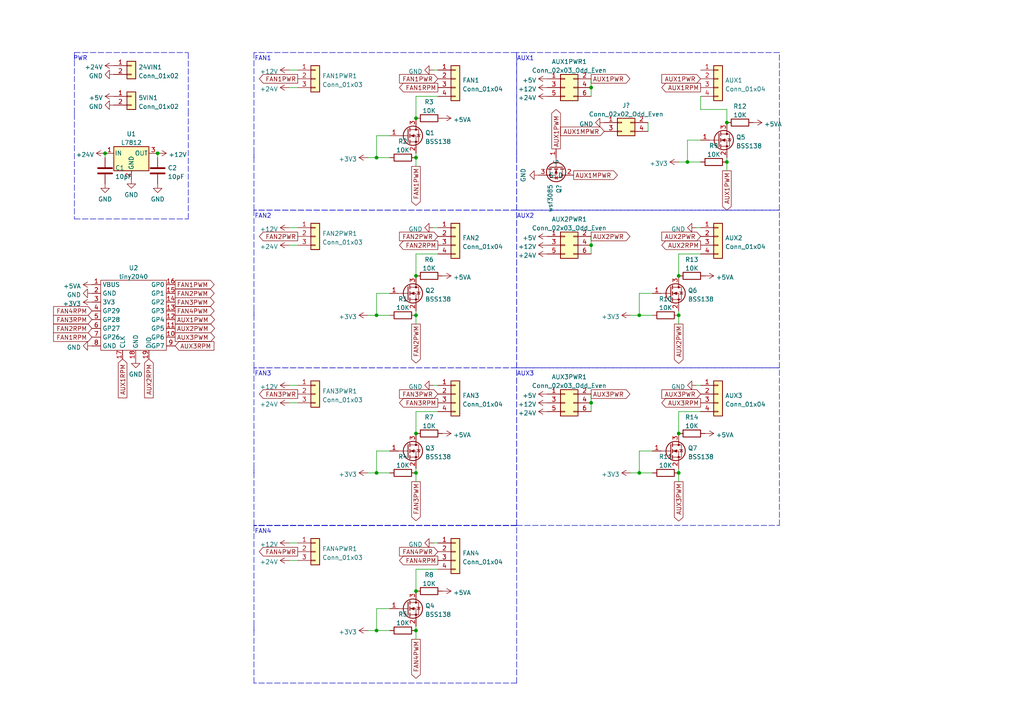
<source format=kicad_sch>
(kicad_sch (version 20211123) (generator eeschema)
  (paper "A4")
  (lib_symbols
    (symbol "Connector_Generic:Conn_01x02" (pin_names (offset 1.016) hide)
      (property "Reference" "J" (at 0 2.54 0))
      (property "Value" "Conn_01x02" (at 0 -5.08 0))
      (symbol "Conn_01x02_1_1"
        (rectangle (start -1.27 -2.413) (end 0 -2.667) (stroke (width 0.1524)))
        (rectangle (start -1.27 0.127) (end 0 -0.127) (stroke (width 0.1524)))
        (rectangle (start -1.27 1.27) (end 1.27 -3.81) (stroke (width 0.254)) (fill (type background)))
        (pin passive line (at -5.08 0 0) (length 3.81) (name "Pin_1") (number "1"))
        (pin passive line (at -5.08 -2.54 0) (length 3.81) (name "Pin_2") (number "2"))
      )
    )
    (symbol "Connector_Generic:Conn_01x03" (pin_names (offset 1.016) hide)
      (property "Reference" "J" (at 0 5.08 0))
      (property "Value" "Conn_01x03" (at 0 -5.08 0))
      (symbol "Conn_01x03_1_1"
        (rectangle (start -1.27 -2.413) (end 0 -2.667) (stroke (width 0.1524)))
        (rectangle (start -1.27 0.127) (end 0 -0.127) (stroke (width 0.1524)))
        (rectangle (start -1.27 2.667) (end 0 2.413) (stroke (width 0.1524)))
        (rectangle (start -1.27 3.81) (end 1.27 -3.81) (stroke (width 0.254)) (fill (type background)))
        (pin passive line (at -5.08 2.54 0) (length 3.81) (name "Pin_1") (number "1"))
        (pin passive line (at -5.08 0 0) (length 3.81) (name "Pin_2") (number "2"))
        (pin passive line (at -5.08 -2.54 0) (length 3.81) (name "Pin_3") (number "3"))
      )
    )
    (symbol "Connector_Generic:Conn_01x04" (pin_names (offset 1.016) hide)
      (property "Reference" "J" (at 0 5.08 0))
      (property "Value" "Conn_01x04" (at 0 -7.62 0))
      (symbol "Conn_01x04_1_1"
        (rectangle (start -1.27 -4.953) (end 0 -5.207) (stroke (width 0.1524)))
        (rectangle (start -1.27 -2.413) (end 0 -2.667) (stroke (width 0.1524)))
        (rectangle (start -1.27 0.127) (end 0 -0.127) (stroke (width 0.1524)))
        (rectangle (start -1.27 2.667) (end 0 2.413) (stroke (width 0.1524)))
        (rectangle (start -1.27 3.81) (end 1.27 -6.35) (stroke (width 0.254)) (fill (type background)))
        (pin passive line (at -5.08 2.54 0) (length 3.81) (name "Pin_1") (number "1"))
        (pin passive line (at -5.08 0 0) (length 3.81) (name "Pin_2") (number "2"))
        (pin passive line (at -5.08 -2.54 0) (length 3.81) (name "Pin_3") (number "3"))
        (pin passive line (at -5.08 -5.08 0) (length 3.81) (name "Pin_4") (number "4"))
      )
    )
    (symbol "Connector_Generic:Conn_02x02_Odd_Even" (pin_names (offset 1.016) hide)
      (property "Reference" "J" (at 1.27 2.54 0))
      (property "Value" "Conn_02x02_Odd_Even" (at 1.27 -5.08 0))
      (symbol "Conn_02x02_Odd_Even_1_1"
        (rectangle (start -1.27 -2.413) (end 0 -2.667) (stroke (width 0.1524)))
        (rectangle (start -1.27 0.127) (end 0 -0.127) (stroke (width 0.1524)))
        (rectangle (start -1.27 1.27) (end 3.81 -3.81) (stroke (width 0.254)) (fill (type background)))
        (rectangle (start 3.81 -2.413) (end 2.54 -2.667) (stroke (width 0.1524)))
        (rectangle (start 3.81 0.127) (end 2.54 -0.127) (stroke (width 0.1524)))
        (pin passive line (at -5.08 0 0) (length 3.81) (name "Pin_1") (number "1"))
        (pin passive line (at 7.62 0 180) (length 3.81) (name "Pin_2") (number "2"))
        (pin passive line (at -5.08 -2.54 0) (length 3.81) (name "Pin_3") (number "3"))
        (pin passive line (at 7.62 -2.54 180) (length 3.81) (name "Pin_4") (number "4"))
      )
    )
    (symbol "Connector_Generic:Conn_02x03_Odd_Even" (pin_names (offset 1.016) hide)
      (property "Reference" "J" (at 1.27 5.08 0))
      (property "Value" "Conn_02x03_Odd_Even" (at 1.27 -5.08 0))
      (symbol "Conn_02x03_Odd_Even_1_1"
        (rectangle (start -1.27 -2.413) (end 0 -2.667) (stroke (width 0.1524)))
        (rectangle (start -1.27 0.127) (end 0 -0.127) (stroke (width 0.1524)))
        (rectangle (start -1.27 2.667) (end 0 2.413) (stroke (width 0.1524)))
        (rectangle (start -1.27 3.81) (end 3.81 -3.81) (stroke (width 0.254)) (fill (type background)))
        (rectangle (start 3.81 -2.413) (end 2.54 -2.667) (stroke (width 0.1524)))
        (rectangle (start 3.81 0.127) (end 2.54 -0.127) (stroke (width 0.1524)))
        (rectangle (start 3.81 2.667) (end 2.54 2.413) (stroke (width 0.1524)))
        (pin passive line (at -5.08 2.54 0) (length 3.81) (name "Pin_1") (number "1"))
        (pin passive line (at 7.62 2.54 180) (length 3.81) (name "Pin_2") (number "2"))
        (pin passive line (at -5.08 0 0) (length 3.81) (name "Pin_3") (number "3"))
        (pin passive line (at 7.62 0 180) (length 3.81) (name "Pin_4") (number "4"))
        (pin passive line (at -5.08 -2.54 0) (length 3.81) (name "Pin_5") (number "5"))
        (pin passive line (at 7.62 -2.54 180) (length 3.81) (name "Pin_6") (number "6"))
      )
    )
    (symbol "Device:C" (pin_numbers hide) (pin_names (offset 0.254))
      (property "Reference" "C" (at 0.635 2.54 0))
      (property "Value" "C" (at 0.635 -2.54 0))
      (symbol "C_0_1"
        (polyline (pts (xy -2.032 -0.762) (xy 2.032 -0.762)) (stroke (width 0.508)))
        (polyline (pts (xy -2.032 0.762) (xy 2.032 0.762)) (stroke (width 0.508)))
      )
      (symbol "C_1_1"
        (pin passive line (at 0 3.81 270) (length 2.794) (name "~") (number "1"))
        (pin passive line (at 0 -3.81 90) (length 2.794) (name "~") (number "2"))
      )
    )
    (symbol "Device:R" (pin_numbers hide) (pin_names (offset 0))
      (property "Reference" "R" (at 2.032 0 90))
      (property "Value" "R" (at 0 0 90))
      (symbol "R_0_1"
        (rectangle (start -1.016 -2.54) (end 1.016 2.54) (stroke (width 0.254)))
      )
      (symbol "R_1_1"
        (pin passive line (at 0 3.81 270) (length 1.27) (name "~") (number "1"))
        (pin passive line (at 0 -3.81 90) (length 1.27) (name "~") (number "2"))
      )
    )
    (symbol "Regulator_Linear:L7812" (pin_names (offset 0.254))
      (property "Reference" "U" (at -3.81 3.175 0))
      (property "Value" "L7812" (at 0 3.175 0))
      (symbol "L7812_0_1"
        (rectangle (start -5.08 1.905) (end 5.08 -5.08) (stroke (width 0.254)) (fill (type background)))
      )
      (symbol "L7812_1_1"
        (pin power_in line (at -7.62 0 0) (length 2.54) (name "IN") (number "1"))
        (pin power_in line (at 0 -7.62 90) (length 2.54) (name "GND") (number "2"))
        (pin power_out line (at 7.62 0 180) (length 2.54) (name "OUT") (number "3"))
      )
    )
    (symbol "Transistor_FET:BSS138" (pin_names hide)
      (property "Reference" "Q" (at 5.08 1.905 0))
      (property "Value" "BSS138" (at 5.08 0 0))
      (symbol "BSS138_0_1"
        (polyline (pts (xy 0.254 0) (xy -2.54 0)))
        (polyline (pts (xy 0.254 1.905) (xy 0.254 -1.905)) (stroke (width 0.254)))
        (polyline (pts (xy 0.762 -1.27) (xy 0.762 -2.286)) (stroke (width 0.254)))
        (polyline (pts (xy 0.762 0.508) (xy 0.762 -0.508)) (stroke (width 0.254)))
        (polyline (pts (xy 0.762 2.286) (xy 0.762 1.27)) (stroke (width 0.254)))
        (polyline (pts (xy 2.54 2.54) (xy 2.54 1.778)))
        (polyline (pts (xy 2.54 -2.54) (xy 2.54 0) (xy 0.762 0)))
        (polyline (pts (xy 0.762 -1.778) (xy 3.302 -1.778) (xy 3.302 1.778) (xy 0.762 1.778)))
        (polyline (pts (xy 1.016 0) (xy 2.032 0.381) (xy 2.032 -0.381) (xy 1.016 0)) (fill (type outline)))
        (polyline (pts (xy 2.794 0.508) (xy 2.921 0.381) (xy 3.683 0.381) (xy 3.81 0.254)))
        (polyline (pts (xy 3.302 0.381) (xy 2.921 -0.254) (xy 3.683 -0.254) (xy 3.302 0.381)))
        (circle (center 1.651 0) (radius 2.794) (stroke (width 0.254)))
        (circle (center 2.54 -1.778) (radius 0.254) (fill (type outline)))
        (circle (center 2.54 1.778) (radius 0.254) (fill (type outline)))
      )
      (symbol "BSS138_1_1"
        (pin input line (at -5.08 0 0) (length 2.54) (name "G") (number "1"))
        (pin passive line (at 2.54 -5.08 90) (length 2.54) (name "S") (number "2"))
        (pin passive line (at 2.54 5.08 270) (length 2.54) (name "D") (number "3"))
      )
    )
    (symbol "Transistor_FET:wsf3085"
      (property "Reference" "Q" (at 5.08 1.905 0))
      (property "Value" "wsf3085" (at 5.08 0 0))
      (symbol "wsf3085_0_1"
        (polyline (pts (xy 0.254 0) (xy -2.54 0)))
        (polyline (pts (xy 0.254 1.905) (xy 0.254 -1.905)) (stroke (width 0.254)))
        (polyline (pts (xy 0.762 -1.27) (xy 0.762 -2.286)) (stroke (width 0.254)))
        (polyline (pts (xy 0.762 0.508) (xy 0.762 -0.508)) (stroke (width 0.254)))
        (polyline (pts (xy 0.762 2.286) (xy 0.762 1.27)) (stroke (width 0.254)))
        (polyline (pts (xy 2.54 2.54) (xy 2.54 1.778)))
        (polyline (pts (xy 2.54 -2.54) (xy 2.54 0) (xy 0.762 0)))
        (polyline (pts (xy 0.762 -1.778) (xy 3.302 -1.778) (xy 3.302 1.778) (xy 0.762 1.778)))
        (polyline (pts (xy 1.016 0) (xy 2.032 0.381) (xy 2.032 -0.381) (xy 1.016 0)) (fill (type outline)))
        (polyline (pts (xy 2.794 0.508) (xy 2.921 0.381) (xy 3.683 0.381) (xy 3.81 0.254)))
        (polyline (pts (xy 3.302 0.381) (xy 2.921 -0.254) (xy 3.683 -0.254) (xy 3.302 0.381)))
        (circle (center 1.651 0) (radius 2.794) (stroke (width 0.254)))
        (circle (center 2.54 -1.778) (radius 0.254) (fill (type outline)))
        (circle (center 2.54 1.778) (radius 0.254) (fill (type outline)))
      )
      (symbol "wsf3085_1_1"
        (pin input line (at -5.08 0 0) (length 2.54) (name "G") (number "1"))
        (pin passive line (at 2.54 5.08 270) (length 2.54) (name "D") (number "2"))
        (pin passive line (at 2.54 -5.08 90) (length 2.54) (name "S") (number "3"))
      )
    )
    (symbol "power:+12V" (power) (pin_names (offset 0))
      (property "Value" "+12V" (at 0 3.556 0))
      (symbol "+12V_0_1"
        (polyline (pts (xy -0.762 1.27) (xy 0 2.54)))
        (polyline (pts (xy 0 0) (xy 0 2.54)))
        (polyline (pts (xy 0 2.54) (xy 0.762 1.27)))
      )
      (symbol "+12V_1_1"
        (pin power_in line (at 0 0 90) (length 0) hide (name "+12V") (number "1"))
      )
    )
    (symbol "power:+24V" (power) (pin_names (offset 0))
      (property "Value" "+24V" (at 0 3.556 0))
      (symbol "+24V_0_1"
        (polyline (pts (xy -0.762 1.27) (xy 0 2.54)))
        (polyline (pts (xy 0 0) (xy 0 2.54)))
        (polyline (pts (xy 0 2.54) (xy 0.762 1.27)))
      )
      (symbol "+24V_1_1"
        (pin power_in line (at 0 0 90) (length 0) hide (name "+24V") (number "1"))
      )
    )
    (symbol "power:+3.3V" (power) (pin_names (offset 0))
      (property "Value" "+3.3V" (at 0 3.556 0))
      (symbol "+3.3V_0_1"
        (polyline (pts (xy -0.762 1.27) (xy 0 2.54)))
        (polyline (pts (xy 0 0) (xy 0 2.54)))
        (polyline (pts (xy 0 2.54) (xy 0.762 1.27)))
      )
      (symbol "+3.3V_1_1"
        (pin power_in line (at 0 0 90) (length 0) hide (name "+3V3") (number "1"))
      )
    )
    (symbol "power:+5V" (power) (pin_names (offset 0))
      (property "Value" "+5V" (at 0 3.556 0))
      (symbol "+5V_0_1"
        (polyline (pts (xy -0.762 1.27) (xy 0 2.54)))
        (polyline (pts (xy 0 0) (xy 0 2.54)))
        (polyline (pts (xy 0 2.54) (xy 0.762 1.27)))
      )
      (symbol "+5V_1_1"
        (pin power_in line (at 0 0 90) (length 0) hide (name "+5V") (number "1"))
      )
    )
    (symbol "power:+5VA" (power) (pin_names (offset 0))
      (property "Value" "+5VA" (at 0 3.556 0))
      (symbol "+5VA_0_1"
        (polyline (pts (xy -0.762 1.27) (xy 0 2.54)))
        (polyline (pts (xy 0 0) (xy 0 2.54)))
        (polyline (pts (xy 0 2.54) (xy 0.762 1.27)))
      )
      (symbol "+5VA_1_1"
        (pin power_in line (at 0 0 90) (length 0) hide (name "+5VA") (number "1"))
      )
    )
    (symbol "power:GND" (power) (pin_names (offset 0))
      (property "Value" "GND" (at 0 -3.81 0))
      (symbol "GND_0_1"
        (polyline (pts (xy 0 0) (xy 0 -1.27) (xy 1.27 -1.27) (xy 0 -2.54) (xy -1.27 -1.27) (xy 0 -1.27)))
      )
      (symbol "GND_1_1"
        (pin power_in line (at 0 0 270) (length 0) hide (name "GND") (number "1"))
      )
    )
    (symbol "tiny2040:tiny2040"
      (property "Reference" "U" (at 0 15.24 0))
      (property "Value" "tiny2040" (at 0 12.7 0))
      (symbol "tiny2040_0_1"
        (rectangle (start -10.16 10.16) (end 8.89 -10.16))
      )
      (symbol "tiny2040_1_1"
        (pin power_out line (at -12.7 8.89 0) (length 2.54) (name "VBUS") (number "1"))
        (pin input line (at 11.43 -6.35 180) (length 2.54) (name "GP6") (number "10"))
        (pin input line (at 11.43 -3.81 180) (length 2.54) (name "GP5") (number "11"))
        (pin input line (at 11.43 -1.27 180) (length 2.54) (name "GP4") (number "12"))
        (pin input line (at 11.43 1.27 180) (length 2.54) (name "GP3") (number "13"))
        (pin input line (at 11.43 3.81 180) (length 2.54) (name "GP2") (number "14"))
        (pin input line (at 11.43 6.35 180) (length 2.54) (name "GP1") (number "15"))
        (pin input line (at 11.43 8.89 180) (length 2.54) (name "GP0") (number "16"))
        (pin input line (at -3.81 -12.7 90) (length 2.54) (name "CLK") (number "17"))
        (pin input line (at 0 -12.7 90) (length 2.54) (name "GND") (number "18"))
        (pin input line (at 3.81 -12.7 90) (length 2.54) (name "DIO") (number "19"))
        (pin input line (at -12.7 6.35 0) (length 2.54) (name "GND") (number "2"))
        (pin power_out line (at -12.7 3.81 0) (length 2.54) (name "3V3") (number "3"))
        (pin input line (at -12.7 1.27 0) (length 2.54) (name "GP29") (number "4"))
        (pin input line (at -12.7 -1.27 0) (length 2.54) (name "GP28") (number "5"))
        (pin input line (at -12.7 -3.81 0) (length 2.54) (name "GP27") (number "6"))
        (pin input line (at -12.7 -6.35 0) (length 2.54) (name "GP26") (number "7"))
        (pin input line (at -12.7 -8.89 0) (length 2.54) (name "GND") (number "8"))
        (pin input line (at 11.43 -8.89 180) (length 2.54) (name "GP7") (number "9"))
      )
    )
  )
  (junction (at 109.22 182.88))
  (junction (at 171.45 116.84))
  (junction (at 120.65 171.45))
  (junction (at 199.39 46.99))
  (junction (at 120.65 137.16))
  (junction (at 120.65 125.73))
  (junction (at 196.85 80.01))
  (junction (at 185.42 137.16))
  (junction (at 196.85 91.44))
  (junction (at 171.45 71.12))
  (junction (at 120.65 91.44))
  (junction (at 196.85 125.73))
  (junction (at 210.82 46.99))
  (junction (at 109.22 45.72))
  (junction (at 109.22 91.44))
  (junction (at 120.65 182.88))
  (junction (at 120.65 34.29))
  (junction (at 109.22 137.16))
  (junction (at 120.65 80.01))
  (junction (at 45.72 44.45))
  (junction (at 30.48 44.45))
  (junction (at 185.42 91.44))
  (junction (at 120.65 45.72))
  (junction (at 171.45 25.4))
  (junction (at 210.82 35.56))
  (junction (at 196.85 137.16))
  (wire (pts (xy 120.65 182.88) (xy 120.65 181.61)))
  (wire (pts (xy 127 157.48) (xy 125.73 157.48)))
  (wire (pts (xy 127 119.38) (xy 120.65 119.38)))
  (polyline (pts (xy 149.86 15.24) (xy 73.66 15.24)))
  (wire (pts (xy 113.03 176.53) (xy 109.22 176.53)))
  (wire (pts (xy 120.65 45.72) (xy 120.65 44.45)))
  (wire (pts (xy 113.03 39.37) (xy 109.22 39.37)))
  (wire (pts (xy 203.2 40.64) (xy 199.39 40.64)))
  (polyline (pts (xy 149.86 106.68) (xy 73.66 106.68)))
  (wire (pts (xy 120.65 139.7) (xy 120.65 137.16)))
  (wire (pts (xy 171.45 68.58) (xy 171.45 71.12)))
  (wire (pts (xy 86.36 111.76) (xy 83.82 111.76)))
  (wire (pts (xy 113.03 130.81) (xy 109.22 130.81)))
  (wire (pts (xy 203.2 111.76) (xy 201.93 111.76)))
  (wire (pts (xy 109.22 182.88) (xy 113.03 182.88)))
  (polyline (pts (xy 149.86 152.4) (xy 73.66 152.4)))
  (wire (pts (xy 127 66.04) (xy 125.73 66.04)))
  (wire (pts (xy 106.68 45.72) (xy 109.22 45.72)))
  (polyline (pts (xy 149.86 60.96) (xy 226.06 60.96)))
  (polyline (pts (xy 73.66 60.96) (xy 73.66 91.44)))
  (polyline (pts (xy 149.86 60.96) (xy 149.86 15.24)))
  (wire (pts (xy 86.36 116.84) (xy 83.82 116.84)))
  (wire (pts (xy 185.42 85.09) (xy 185.42 91.44)))
  (wire (pts (xy 120.65 48.26) (xy 120.65 45.72)))
  (wire (pts (xy 120.65 137.16) (xy 120.65 135.89)))
  (wire (pts (xy 189.23 85.09) (xy 185.42 85.09)))
  (polyline (pts (xy 54.61 63.5) (xy 54.61 33.02)))
  (polyline (pts (xy 226.06 60.96) (xy 226.06 15.24)))
  (polyline (pts (xy 73.66 106.68) (xy 73.66 137.16)))
  (wire (pts (xy 86.36 71.12) (xy 83.82 71.12)))
  (wire (pts (xy 86.36 66.04) (xy 83.82 66.04)))
  (wire (pts (xy 30.48 44.45) (xy 30.48 45.72)))
  (wire (pts (xy 171.45 116.84) (xy 171.45 119.38)))
  (wire (pts (xy 45.72 45.72) (xy 45.72 44.45)))
  (polyline (pts (xy 149.86 60.96) (xy 73.66 60.96)))
  (polyline (pts (xy 73.66 60.96) (xy 73.66 44.45)))
  (wire (pts (xy 109.22 45.72) (xy 113.03 45.72)))
  (wire (pts (xy 86.36 25.4) (xy 83.82 25.4)))
  (wire (pts (xy 109.22 130.81) (xy 109.22 137.16)))
  (wire (pts (xy 106.68 137.16) (xy 109.22 137.16)))
  (polyline (pts (xy 149.86 152.4) (xy 226.06 152.4)))
  (wire (pts (xy 189.23 130.81) (xy 185.42 130.81)))
  (wire (pts (xy 86.36 20.32) (xy 83.82 20.32)))
  (wire (pts (xy 203.2 27.94) (xy 203.2 31.75)))
  (wire (pts (xy 120.65 91.44) (xy 120.65 90.17)))
  (polyline (pts (xy 21.59 63.5) (xy 54.61 63.5)))
  (polyline (pts (xy 149.86 60.96) (xy 73.66 60.96)))
  (polyline (pts (xy 149.86 106.68) (xy 149.86 60.96)))
  (polyline (pts (xy 149.86 152.4) (xy 149.86 106.68)))
  (wire (pts (xy 171.45 71.12) (xy 171.45 73.66)))
  (polyline (pts (xy 73.66 152.4) (xy 73.66 182.88)))
  (wire (pts (xy 86.36 162.56) (xy 83.82 162.56)))
  (wire (pts (xy 196.85 73.66) (xy 196.85 80.01)))
  (polyline (pts (xy 149.86 152.4) (xy 73.66 152.4)))
  (wire (pts (xy 182.88 91.44) (xy 185.42 91.44)))
  (wire (pts (xy 109.22 39.37) (xy 109.22 45.72)))
  (wire (pts (xy 127 111.76) (xy 125.73 111.76)))
  (polyline (pts (xy 73.66 198.12) (xy 73.66 181.61)))
  (polyline (pts (xy 73.66 15.24) (xy 73.66 45.72)))
  (polyline (pts (xy 149.86 152.4) (xy 149.86 106.68)))
  (wire (pts (xy 203.2 119.38) (xy 196.85 119.38)))
  (wire (pts (xy 127 20.32) (xy 125.73 20.32)))
  (polyline (pts (xy 226.06 15.24) (xy 149.86 15.24)))
  (wire (pts (xy 210.82 31.75) (xy 203.2 31.75)))
  (polyline (pts (xy 21.59 15.24) (xy 21.59 33.02)))
  (wire (pts (xy 199.39 40.64) (xy 199.39 46.99)))
  (polyline (pts (xy 149.86 15.24) (xy 149.86 45.72)))
  (wire (pts (xy 120.65 73.66) (xy 120.65 80.01)))
  (wire (pts (xy 203.2 66.04) (xy 201.93 66.04)))
  (wire (pts (xy 120.65 119.38) (xy 120.65 125.73)))
  (wire (pts (xy 203.2 73.66) (xy 196.85 73.66)))
  (wire (pts (xy 109.22 91.44) (xy 113.03 91.44)))
  (polyline (pts (xy 226.06 106.68) (xy 149.86 106.68)))
  (wire (pts (xy 196.85 137.16) (xy 196.85 135.89)))
  (wire (pts (xy 196.85 119.38) (xy 196.85 125.73)))
  (wire (pts (xy 106.68 182.88) (xy 109.22 182.88)))
  (wire (pts (xy 127 27.94) (xy 120.65 27.94)))
  (wire (pts (xy 171.45 114.3) (xy 171.45 116.84)))
  (wire (pts (xy 199.39 46.99) (xy 203.2 46.99)))
  (wire (pts (xy 120.65 185.42) (xy 120.65 182.88)))
  (wire (pts (xy 171.45 22.86) (xy 171.45 25.4)))
  (wire (pts (xy 109.22 85.09) (xy 109.22 91.44)))
  (wire (pts (xy 196.85 91.44) (xy 196.85 90.17)))
  (wire (pts (xy 210.82 46.99) (xy 210.82 45.72)))
  (polyline (pts (xy 226.06 106.68) (xy 226.06 60.96)))
  (wire (pts (xy 210.82 49.53) (xy 210.82 46.99)))
  (polyline (pts (xy 54.61 33.02) (xy 54.61 15.24)))
  (polyline (pts (xy 21.59 33.02) (xy 21.59 63.5)))
  (wire (pts (xy 120.65 165.1) (xy 120.65 171.45)))
  (wire (pts (xy 196.85 139.7) (xy 196.85 137.16)))
  (wire (pts (xy 109.22 137.16) (xy 113.03 137.16)))
  (wire (pts (xy 196.85 46.99) (xy 199.39 46.99)))
  (wire (pts (xy 210.82 35.56) (xy 210.82 31.75)))
  (polyline (pts (xy 149.86 152.4) (xy 73.66 152.4)))
  (polyline (pts (xy 149.86 198.12) (xy 149.86 152.4)))
  (wire (pts (xy 127 73.66) (xy 120.65 73.66)))
  (polyline (pts (xy 149.86 106.68) (xy 73.66 106.68)))
  (polyline (pts (xy 21.59 15.24) (xy 54.61 15.24)))
  (wire (pts (xy 185.42 137.16) (xy 189.23 137.16)))
  (wire (pts (xy 86.36 157.48) (xy 83.82 157.48)))
  (polyline (pts (xy 149.86 198.12) (xy 73.66 198.12)))
  (wire (pts (xy 113.03 85.09) (xy 109.22 85.09)))
  (wire (pts (xy 171.45 25.4) (xy 171.45 27.94)))
  (polyline (pts (xy 149.86 106.68) (xy 226.06 106.68)))
  (polyline (pts (xy 149.86 106.68) (xy 149.86 60.96)))
  (polyline (pts (xy 149.86 60.96) (xy 149.86 44.45)))
  (wire (pts (xy 120.65 93.98) (xy 120.65 91.44)))
  (wire (pts (xy 109.22 176.53) (xy 109.22 182.88)))
  (polyline (pts (xy 73.66 106.68) (xy 73.66 90.17)))
  (polyline (pts (xy 226.06 60.96) (xy 149.86 60.96)))
  (wire (pts (xy 106.68 91.44) (xy 109.22 91.44)))
  (wire (pts (xy 187.96 35.56) (xy 187.96 38.1)))
  (wire (pts (xy 185.42 130.81) (xy 185.42 137.16)))
  (wire (pts (xy 120.65 27.94) (xy 120.65 34.29)))
  (wire (pts (xy 127 165.1) (xy 120.65 165.1)))
  (wire (pts (xy 185.42 91.44) (xy 189.23 91.44)))
  (wire (pts (xy 196.85 93.98) (xy 196.85 91.44)))
  (polyline (pts (xy 226.06 152.4) (xy 226.06 106.68)))
  (wire (pts (xy 182.88 137.16) (xy 185.42 137.16)))
  (polyline (pts (xy 73.66 152.4) (xy 73.66 135.89)))
  (text "AUX3" (at 154.94 109.22 180) (effects (font (size 1.27 1.27)) (justify right bottom)))
  (text "FAN1" (at 78.74 17.78 180) (effects (font (size 1.27 1.27)) (justify right bottom)))
  (text "AUX1" (at 154.94 17.78 180) (effects (font (size 1.27 1.27)) (justify right bottom)))
  (text "AUX2" (at 154.94 63.5 180) (effects (font (size 1.27 1.27)) (justify right bottom)))
  (text "FAN4" (at 78.74 154.94 180) (effects (font (size 1.27 1.27)) (justify right bottom)))
  (text "FAN3" (at 78.74 109.22 180) (effects (font (size 1.27 1.27)) (justify right bottom)))
  (text "FAN2" (at 78.74 63.5 180) (effects (font (size 1.27 1.27)) (justify right bottom)))
  (text "PWR" (at 25.4 17.78 180) (effects (font (size 1.27 1.27)) (justify right bottom)))
  (global_label "FAN3PWM" (shape output) (at 120.65 139.7 270) (property "Intersheet References" "${INTERSHEET_REFS}" (effects hide)))
  (global_label "FAN2RPM" (shape output) (at 127 71.12 180) (property "Intersheet References" "${INTERSHEET_REFS}" (effects hide)))
  (global_label "FAN4RPM" (shape input) (at 26.67 90.17 180) (property "Intersheet References" "${INTERSHEET_REFS}" (effects hide)))
  (global_label "AUX1PWR" (shape output) (at 171.45 22.86 0) (property "Intersheet References" "${INTERSHEET_REFS}" (effects hide)))
  (global_label "FAN4PWR" (shape output) (at 86.36 160.02 180) (property "Intersheet References" "${INTERSHEET_REFS}" (effects hide)))
  (global_label "AUX2PWM" (shape output) (at 196.85 93.98 270) (property "Intersheet References" "${INTERSHEET_REFS}" (effects hide)))
  (global_label "FAN3PWM" (shape output) (at 50.8 87.63 0) (property "Intersheet References" "${INTERSHEET_REFS}" (effects hide)))
  (global_label "FAN4RPM" (shape output) (at 127 162.56 180) (property "Intersheet References" "${INTERSHEET_REFS}" (effects hide)))
  (global_label "AUX1PWM" (shape output) (at 161.29 43.18 90) (property "Intersheet References" "${INTERSHEET_REFS}" (effects hide)))
  (global_label "FAN3PWR" (shape output) (at 86.36 114.3 180) (property "Intersheet References" "${INTERSHEET_REFS}" (effects hide)))
  (global_label "FAN4PWM" (shape output) (at 50.8 90.17 0) (property "Intersheet References" "${INTERSHEET_REFS}" (effects hide)))
  (global_label "AUX1MPWR" (shape output) (at 166.37 50.8 0) (property "Intersheet References" "${INTERSHEET_REFS}" (effects hide)))
  (global_label "AUX3PWR" (shape output) (at 171.45 114.3 0) (property "Intersheet References" "${INTERSHEET_REFS}" (effects hide)))
  (global_label "FAN2PWM" (shape output) (at 120.65 93.98 270) (property "Intersheet References" "${INTERSHEET_REFS}" (effects hide)))
  (global_label "AUX1PWM" (shape output) (at 210.82 49.53 270) (property "Intersheet References" "${INTERSHEET_REFS}" (effects hide)))
  (global_label "AUX2PWR" (shape input) (at 203.2 68.58 180) (property "Intersheet References" "${INTERSHEET_REFS}" (effects hide)))
  (global_label "AUX2RPM" (shape output) (at 203.2 71.12 180) (property "Intersheet References" "${INTERSHEET_REFS}" (effects hide)))
  (global_label "AUX3RPM" (shape input) (at 50.8 100.33 0) (property "Intersheet References" "${INTERSHEET_REFS}" (effects hide)))
  (global_label "AUX1RPM" (shape input) (at 35.56 104.14 270) (property "Intersheet References" "${INTERSHEET_REFS}" (effects hide)))
  (global_label "FAN2PWM" (shape output) (at 50.8 85.09 0) (property "Intersheet References" "${INTERSHEET_REFS}" (effects hide)))
  (global_label "FAN2PWR" (shape output) (at 86.36 68.58 180) (property "Intersheet References" "${INTERSHEET_REFS}" (effects hide)))
  (global_label "AUX3PWR" (shape input) (at 203.2 114.3 180) (property "Intersheet References" "${INTERSHEET_REFS}" (effects hide)))
  (global_label "AUX1PWM" (shape output) (at 50.8 92.71 0) (property "Intersheet References" "${INTERSHEET_REFS}" (effects hide)))
  (global_label "FAN3PWR" (shape input) (at 127 114.3 180) (property "Intersheet References" "${INTERSHEET_REFS}" (effects hide)))
  (global_label "FAN1PWM" (shape output) (at 120.65 48.26 270) (property "Intersheet References" "${INTERSHEET_REFS}" (effects hide)))
  (global_label "AUX3PWM" (shape output) (at 196.85 139.7 270) (property "Intersheet References" "${INTERSHEET_REFS}" (effects hide)))
  (global_label "AUX3RPM" (shape output) (at 203.2 116.84 180) (property "Intersheet References" "${INTERSHEET_REFS}" (effects hide)))
  (global_label "FAN1PWR" (shape input) (at 127 22.86 180) (property "Intersheet References" "${INTERSHEET_REFS}" (effects hide)))
  (global_label "AUX2RPM" (shape input) (at 43.18 104.14 270) (property "Intersheet References" "${INTERSHEET_REFS}" (effects hide)))
  (global_label "AUX1PWR" (shape input) (at 203.2 22.86 180) (property "Intersheet References" "${INTERSHEET_REFS}" (effects hide)))
  (global_label "FAN2PWR" (shape input) (at 127 68.58 180) (property "Intersheet References" "${INTERSHEET_REFS}" (effects hide)))
  (global_label "FAN2RPM" (shape input) (at 26.67 95.25 180) (property "Intersheet References" "${INTERSHEET_REFS}" (effects hide)))
  (global_label "FAN4PWR" (shape input) (at 127 160.02 180) (property "Intersheet References" "${INTERSHEET_REFS}" (effects hide)))
  (global_label "FAN1PWM" (shape output) (at 50.8 82.55 0) (property "Intersheet References" "${INTERSHEET_REFS}" (effects hide)))
  (global_label "FAN4PWM" (shape output) (at 120.65 185.42 270) (property "Intersheet References" "${INTERSHEET_REFS}" (effects hide)))
  (global_label "AUX2PWR" (shape output) (at 171.45 68.58 0) (property "Intersheet References" "${INTERSHEET_REFS}" (effects hide)))
  (global_label "FAN3RPM" (shape output) (at 127 116.84 180) (property "Intersheet References" "${INTERSHEET_REFS}" (effects hide)))
  (global_label "FAN1RPM" (shape output) (at 127 25.4 180) (property "Intersheet References" "${INTERSHEET_REFS}" (effects hide)))
  (global_label "FAN1PWR" (shape output) (at 86.36 22.86 180) (property "Intersheet References" "${INTERSHEET_REFS}" (effects hide)))
  (global_label "AUX2PWM" (shape output) (at 50.8 95.25 0) (property "Intersheet References" "${INTERSHEET_REFS}" (effects hide)))
  (global_label "FAN3RPM" (shape input) (at 26.67 92.71 180) (property "Intersheet References" "${INTERSHEET_REFS}" (effects hide)))
  (global_label "AUX1RPM" (shape output) (at 203.2 25.4 180) (property "Intersheet References" "${INTERSHEET_REFS}" (effects hide)))
  (global_label "FAN1RPM" (shape input) (at 26.67 97.79 180) (property "Intersheet References" "${INTERSHEET_REFS}" (effects hide)))
  (global_label "AUX1MPWR" (shape input) (at 175.26 38.1 180) (property "Intersheet References" "${INTERSHEET_REFS}" (effects hide)))
  (global_label "AUX3PWM" (shape output) (at 50.8 97.79 0) (property "Intersheet References" "${INTERSHEET_REFS}" (effects hide)))
  (symbol (lib_id "Device:R") (at 207.01 46.99 270) (unit 1)
    (property "Reference" "R9" (at 207.01 42.2742 90))
    (property "Value" "10K" (at 207.01 44.8111 90))
    (property "Footprint" "Resistor_SMD:R_1206_3216Metric" (effects hide))
    (property "LCSC" "C144471" (effects hide))
  )
  (symbol (lib_id "Device:R") (at 124.46 125.73 270) (unit 1)
    (property "Reference" "R7" (at 124.46 121.0142 90))
    (property "Value" "10K" (at 124.46 123.5511 90))
    (property "Footprint" "Resistor_SMD:R_1206_3216Metric" (effects hide))
    (property "LCSC" "C144471" (effects hide))
  )
  (symbol (lib_id "Connector_Generic:Conn_02x03_Odd_Even") (at 163.83 71.12 0) (unit 1)
    (property "Reference" "AUX2PWR1" (at 165.1 63.6102 0))
    (property "Value" "Conn_02x03_Odd_Even" (at 165.1 66.1471 0))
    (property "Footprint" "Connector_PinHeader_2.54mm:PinHeader_2x03_P2.54mm_Vertical" (effects hide))
    (property "LCSC" "C492420" (effects hide))
  )
  (symbol (lib_id "Connector_Generic:Conn_01x04") (at 208.28 114.3 0) (unit 1)
    (property "Reference" "AUX3" (at 210.312 114.7353 0) (effects (justify left)))
    (property "Value" "Conn_01x04" (at 210.312 117.2722 0) (effects (justify left)))
    (property "Footprint" "Connector_JST:JST_XH_B4B-XH-AM_1x04_P2.50mm_Vertical" (effects hide))
    (property "LCSC" "C161871" (effects hide))
  )
  (symbol (lib_id "Transistor_FET:BSS138") (at 194.31 85.09 0) (unit 1)
    (property "Reference" "Q6" (at 199.517 84.2553 0) (effects (justify left)))
    (property "Value" "BSS138" (at 199.517 86.7922 0) (effects (justify left)))
    (property "Footprint" "Package_TO_SOT_SMD:SOT-23" (effects hide))
    (property "Datasheet" "https://www.onsemi.com/pub/Collateral/BSS138-D.PDF" (effects hide))
    (property "LCSC" "C52895" (effects hide))
  )
  (symbol (lib_id "power:GND") (at 33.02 21.59 270) (unit 1)
    (property "Reference" "#PWR0102" (effects hide))
    (property "Value" "GND" (at 29.8451 22.0238 90) (effects (justify right)))
  )
  (symbol (lib_id "Connector_Generic:Conn_01x03") (at 91.44 68.58 0) (unit 1)
    (property "Reference" "FAN2PWR1" (at 93.472 67.7453 0) (effects (justify left)))
    (property "Value" "Conn_01x03" (at 93.472 70.2822 0) (effects (justify left)))
    (property "Footprint" "Connector_PinHeader_2.54mm:PinHeader_1x03_P2.54mm_Vertical" (effects hide))
    (property "LCSC" "C2937625" (effects hide))
  )
  (symbol (lib_id "Device:R") (at 193.04 137.16 270) (unit 1)
    (property "Reference" "R11" (at 193.04 132.4442 90))
    (property "Value" "10K" (at 193.04 134.9811 90))
    (property "Footprint" "Resistor_SMD:R_1206_3216Metric" (effects hide))
    (property "LCSC" "C144471" (effects hide))
  )
  (symbol (lib_id "power:+12V") (at 83.82 111.76 90) (unit 1)
    (property "Reference" "#PWR0130" (effects hide))
    (property "Value" "+12V" (at 80.645 112.1938 90) (effects (justify left)))
  )
  (symbol (lib_id "power:+3.3V") (at 26.67 87.63 90) (unit 1)
    (property "Reference" "#PWR0111" (effects hide))
    (property "Value" "+3.3V" (at 23.495 88.0638 90) (effects (justify left)))
  )
  (symbol (lib_id "Connector_Generic:Conn_01x03") (at 91.44 160.02 0) (unit 1)
    (property "Reference" "FAN4PWR1" (at 93.472 159.1853 0) (effects (justify left)))
    (property "Value" "Conn_01x03" (at 93.472 161.7222 0) (effects (justify left)))
    (property "Footprint" "Connector_PinHeader_2.54mm:PinHeader_1x03_P2.54mm_Vertical" (effects hide))
    (property "LCSC" "C2937625" (effects hide))
  )
  (symbol (lib_id "power:+24V") (at 158.75 119.38 90) (unit 1)
    (property "Reference" "#PWR0145" (effects hide))
    (property "Value" "+24V" (at 155.575 119.8138 90) (effects (justify left)))
  )
  (symbol (lib_id "power:+12V") (at 158.75 116.84 90) (unit 1)
    (property "Reference" "#PWR0146" (effects hide))
    (property "Value" "+12V" (at 155.575 117.2738 90) (effects (justify left)))
  )
  (symbol (lib_id "power:+24V") (at 158.75 27.94 90) (unit 1)
    (property "Reference" "#PWR0127" (effects hide))
    (property "Value" "+24V" (at 155.575 28.3738 90) (effects (justify left)))
  )
  (symbol (lib_id "power:+3.3V") (at 106.68 91.44 90) (unit 1)
    (property "Reference" "#PWR0125" (effects hide))
    (property "Value" "+3.3V" (at 103.505 91.8738 90) (effects (justify left)))
  )
  (symbol (lib_id "Device:R") (at 200.66 125.73 270) (unit 1)
    (property "Reference" "R14" (at 200.66 121.0142 90))
    (property "Value" "10K" (at 200.66 123.5511 90))
    (property "Footprint" "Resistor_SMD:R_1206_3216Metric" (effects hide))
    (property "LCSC" "C144471" (effects hide))
  )
  (symbol (lib_id "power:+12V") (at 83.82 157.48 90) (unit 1)
    (property "Reference" "#PWR0121" (effects hide))
    (property "Value" "+12V" (at 80.645 157.9138 90) (effects (justify left)))
  )
  (symbol (lib_id "Connector_Generic:Conn_01x04") (at 208.28 22.86 0) (unit 1)
    (property "Reference" "AUX1" (at 210.312 23.2953 0) (effects (justify left)))
    (property "Value" "Conn_01x04" (at 210.312 25.8322 0) (effects (justify left)))
    (property "Footprint" "Connector_JST:JST_XH_B4B-XH-AM_1x04_P2.50mm_Vertical" (effects hide))
    (property "LCSC" "C161871" (effects hide))
  )
  (symbol (lib_id "Transistor_FET:BSS138") (at 194.31 130.81 0) (unit 1)
    (property "Reference" "Q7" (at 199.517 129.9753 0) (effects (justify left)))
    (property "Value" "BSS138" (at 199.517 132.5122 0) (effects (justify left)))
    (property "Footprint" "Package_TO_SOT_SMD:SOT-23" (effects hide))
    (property "Datasheet" "https://www.onsemi.com/pub/Collateral/BSS138-D.PDF" (effects hide))
    (property "LCSC" "C52895" (effects hide))
  )
  (symbol (lib_id "Transistor_FET:BSS138") (at 208.28 40.64 0) (unit 1)
    (property "Reference" "Q5" (at 213.487 39.8053 0) (effects (justify left)))
    (property "Value" "BSS138" (at 213.487 42.3422 0) (effects (justify left)))
    (property "Footprint" "Package_TO_SOT_SMD:SOT-23" (effects hide))
    (property "Datasheet" "https://www.onsemi.com/pub/Collateral/BSS138-D.PDF" (effects hide))
    (property "LCSC" "C52895" (effects hide))
  )
  (symbol (lib_id "power:+12V") (at 158.75 71.12 90) (unit 1)
    (property "Reference" "#PWR0133" (effects hide))
    (property "Value" "+12V" (at 155.575 71.5538 90) (effects (justify left)))
  )
  (symbol (lib_id "Device:R") (at 116.84 182.88 270) (unit 1)
    (property "Reference" "R5" (at 116.84 178.1642 90))
    (property "Value" "10K" (at 116.84 180.7011 90))
    (property "Footprint" "Resistor_SMD:R_1206_3216Metric" (effects hide))
    (property "LCSC" "C144471" (effects hide))
  )
  (symbol (lib_id "power:+5VA") (at 128.27 125.73 270) (unit 1)
    (property "Reference" "#PWR0148" (effects hide))
    (property "Value" "+5VA" (at 131.445 126.1638 90) (effects (justify left)))
  )
  (symbol (lib_id "power:+5VA") (at 128.27 34.29 270) (unit 1)
    (property "Reference" "#PWR0118" (effects hide))
    (property "Value" "+5VA" (at 131.445 34.7238 90) (effects (justify left)))
  )
  (symbol (lib_id "power:+5VA") (at 128.27 171.45 270) (unit 1)
    (property "Reference" "#PWR0152" (effects hide))
    (property "Value" "+5VA" (at 131.445 171.8838 90) (effects (justify left)))
  )
  (symbol (lib_id "power:GND") (at 125.73 111.76 270) (unit 1)
    (property "Reference" "#PWR0126" (effects hide))
    (property "Value" "GND" (at 122.5551 112.1938 90) (effects (justify right)))
  )
  (symbol (lib_id "Device:R") (at 116.84 91.44 270) (unit 1)
    (property "Reference" "R1" (at 116.84 86.7242 90))
    (property "Value" "10K" (at 116.84 89.2611 90))
    (property "Footprint" "Resistor_SMD:R_1206_3216Metric" (effects hide))
    (property "LCSC" "C144471" (effects hide))
  )
  (symbol (lib_id "Connector_Generic:Conn_01x03") (at 91.44 114.3 0) (unit 1)
    (property "Reference" "FAN3PWR1" (at 93.472 113.4653 0) (effects (justify left)))
    (property "Value" "Conn_01x03" (at 93.472 116.0022 0) (effects (justify left)))
    (property "Footprint" "Connector_PinHeader_2.54mm:PinHeader_1x03_P2.54mm_Vertical" (effects hide))
    (property "LCSC" "C2937625" (effects hide))
  )
  (symbol (lib_id "power:+12V") (at 83.82 20.32 90) (unit 1)
    (property "Reference" "#PWR0114" (effects hide))
    (property "Value" "+12V" (at 80.645 20.7538 90) (effects (justify left)))
  )
  (symbol (lib_id "Transistor_FET:wsf3085") (at 161.29 48.26 270) (unit 1)
    (property "Reference" "Q?" (at 162.1247 53.467 0) (effects (justify left)))
    (property "Value" "wsf3085" (at 159.5878 53.467 0) (effects (justify left)))
    (property "Footprint" "Package_TO_SOT_SMD:TO-252-2" (effects hide))
    (property "Datasheet" "https://datasheet.lcsc.com/szlcsc/WSF3085_C148428.pdf" (effects hide))
  )
  (symbol (lib_id "Device:R") (at 124.46 80.01 270) (unit 1)
    (property "Reference" "R6" (at 124.46 75.2942 90))
    (property "Value" "10K" (at 124.46 77.8311 90))
    (property "Footprint" "Resistor_SMD:R_1206_3216Metric" (effects hide))
    (property "LCSC" "C144471" (effects hide))
  )
  (symbol (lib_id "power:+24V") (at 83.82 162.56 90) (unit 1)
    (property "Reference" "#PWR0120" (effects hide))
    (property "Value" "+24V" (at 80.645 162.9938 90) (effects (justify left)))
  )
  (symbol (lib_id "power:+24V") (at 158.75 73.66 90) (unit 1)
    (property "Reference" "#PWR0137" (effects hide))
    (property "Value" "+24V" (at 155.575 74.0938 90) (effects (justify left)))
  )
  (symbol (lib_id "Connector_Generic:Conn_02x02_Odd_Even") (at 180.34 35.56 0) (unit 1)
    (property "Reference" "J?" (at 181.61 30.5902 0))
    (property "Value" "Conn_02x02_Odd_Even" (at 181.61 33.1271 0))
  )
  (symbol (lib_id "power:+24V") (at 83.82 71.12 90) (unit 1)
    (property "Reference" "#PWR0122" (effects hide))
    (property "Value" "+24V" (at 80.645 71.5538 90) (effects (justify left)))
  )
  (symbol (lib_id "power:+5V") (at 158.75 22.86 90) (unit 1)
    (property "Reference" "#PWR0135" (effects hide))
    (property "Value" "+5V" (at 155.5751 23.2938 90) (effects (justify left)))
  )
  (symbol (lib_id "power:+5VA") (at 218.44 35.56 270) (unit 1)
    (property "Reference" "#PWR0139" (effects hide))
    (property "Value" "+5VA" (at 221.615 35.9938 90) (effects (justify left)))
  )
  (symbol (lib_id "Device:R") (at 200.66 80.01 270) (unit 1)
    (property "Reference" "R13" (at 200.66 75.2942 90))
    (property "Value" "10K" (at 200.66 77.8311 90))
    (property "Footprint" "Resistor_SMD:R_1206_3216Metric" (effects hide))
    (property "LCSC" "C144471" (effects hide))
  )
  (symbol (lib_id "Connector_Generic:Conn_02x03_Odd_Even") (at 163.83 25.4 0) (unit 1)
    (property "Reference" "AUX1PWR1" (at 165.1 17.8902 0))
    (property "Value" "Conn_02x03_Odd_Even" (at 165.1 20.4271 0))
    (property "Footprint" "Connector_PinHeader_2.54mm:PinHeader_2x03_P2.54mm_Vertical" (effects hide))
    (property "LCSC" "C492420" (effects hide))
  )
  (symbol (lib_id "power:+24V") (at 83.82 116.84 90) (unit 1)
    (property "Reference" "#PWR0129" (effects hide))
    (property "Value" "+24V" (at 80.645 117.2738 90) (effects (justify left)))
  )
  (symbol (lib_id "power:+5VA") (at 204.47 125.73 270) (unit 1)
    (property "Reference" "#PWR0143" (effects hide))
    (property "Value" "+5VA" (at 207.645 126.1638 90) (effects (justify left)))
  )
  (symbol (lib_id "power:GND") (at 45.72 53.34 0) (unit 1)
    (property "Reference" "#PWR0108" (effects hide))
    (property "Value" "GND" (at 45.72 57.7834 0))
  )
  (symbol (lib_id "power:+12V") (at 83.82 66.04 90) (unit 1)
    (property "Reference" "#PWR0123" (effects hide))
    (property "Value" "+12V" (at 80.645 66.4738 90) (effects (justify left)))
  )
  (symbol (lib_id "Device:R") (at 124.46 171.45 270) (unit 1)
    (property "Reference" "R8" (at 124.46 166.7342 90))
    (property "Value" "10K" (at 124.46 169.2711 90))
    (property "Footprint" "Resistor_SMD:R_1206_3216Metric" (effects hide))
    (property "LCSC" "C144471" (effects hide))
  )
  (symbol (lib_id "power:+5V") (at 158.75 114.3 90) (unit 1)
    (property "Reference" "#PWR0147" (effects hide))
    (property "Value" "+5V" (at 155.5751 114.7338 90) (effects (justify left)))
  )
  (symbol (lib_id "Transistor_FET:BSS138") (at 118.11 176.53 0) (unit 1)
    (property "Reference" "Q4" (at 123.317 175.6953 0) (effects (justify left)))
    (property "Value" "BSS138" (at 123.317 178.2322 0) (effects (justify left)))
    (property "Footprint" "Package_TO_SOT_SMD:SOT-23" (effects hide))
    (property "Datasheet" "https://www.onsemi.com/pub/Collateral/BSS138-D.PDF" (effects hide))
    (property "LCSC" "C52895" (effects hide))
  )
  (symbol (lib_id "power:+5V") (at 158.75 68.58 90) (unit 1)
    (property "Reference" "#PWR0134" (effects hide))
    (property "Value" "+5V" (at 155.5751 69.0138 90) (effects (justify left)))
  )
  (symbol (lib_id "power:+3.3V") (at 196.85 46.99 90) (unit 1)
    (property "Reference" "#PWR0131" (effects hide))
    (property "Value" "+3.3V" (at 193.675 47.4238 90) (effects (justify left)))
  )
  (symbol (lib_id "power:+24V") (at 30.48 44.45 90) (unit 1)
    (property "Reference" "#PWR0104" (effects hide))
    (property "Value" "+24V" (at 27.305 44.8838 90) (effects (justify left)))
  )
  (symbol (lib_id "Device:R") (at 124.46 34.29 270) (unit 1)
    (property "Reference" "R3" (at 124.46 29.5742 90))
    (property "Value" "10K" (at 124.46 32.1111 90))
    (property "Footprint" "Resistor_SMD:R_1206_3216Metric" (effects hide))
    (property "LCSC" "C144471" (effects hide))
  )
  (symbol (lib_id "Transistor_FET:BSS138") (at 118.11 130.81 0) (unit 1)
    (property "Reference" "Q3" (at 123.317 129.9753 0) (effects (justify left)))
    (property "Value" "BSS138" (at 123.317 132.5122 0) (effects (justify left)))
    (property "Footprint" "Package_TO_SOT_SMD:SOT-23" (effects hide))
    (property "Datasheet" "https://www.onsemi.com/pub/Collateral/BSS138-D.PDF" (effects hide))
    (property "LCSC" "C52895" (effects hide))
  )
  (symbol (lib_id "power:GND") (at 26.67 100.33 270) (unit 1)
    (property "Reference" "#PWR0106" (effects hide))
    (property "Value" "GND" (at 23.4951 100.7638 90) (effects (justify right)))
  )
  (symbol (lib_id "power:GND") (at 39.37 104.14 0) (unit 1)
    (property "Reference" "#PWR0105" (effects hide))
    (property "Value" "GND" (at 39.37 108.5834 0))
  )
  (symbol (lib_id "power:+12V") (at 158.75 25.4 90) (unit 1)
    (property "Reference" "#PWR0124" (effects hide))
    (property "Value" "+12V" (at 155.575 25.8338 90) (effects (justify left)))
  )
  (symbol (lib_id "power:GND") (at 30.48 53.34 0) (unit 1)
    (property "Reference" "#PWR0109" (effects hide))
    (property "Value" "GND" (at 30.48 57.7834 0))
  )
  (symbol (lib_id "power:GND") (at 125.73 66.04 270) (unit 1)
    (property "Reference" "#PWR0128" (effects hide))
    (property "Value" "GND" (at 122.5551 66.4738 90) (effects (justify right)))
  )
  (symbol (lib_id "power:GND") (at 201.93 111.76 270) (unit 1)
    (property "Reference" "#PWR0142" (effects hide))
    (property "Value" "GND" (at 198.7551 112.1938 90) (effects (justify right)))
  )
  (symbol (lib_id "tiny2040:tiny2040") (at 39.37 91.44 0) (unit 1)
    (property "Reference" "U2" (at 38.735 77.7072 0))
    (property "Value" "tiny2040" (at 38.735 80.2441 0))
    (property "Footprint" "_my_own:tiny2040" (effects hide))
  )
  (symbol (lib_id "Connector_Generic:Conn_01x04") (at 132.08 22.86 0) (unit 1)
    (property "Reference" "FAN1" (at 134.112 23.2953 0) (effects (justify left)))
    (property "Value" "Conn_01x04" (at 134.112 25.8322 0) (effects (justify left)))
    (property "Footprint" "Connector:FanPinHeader_1x04_P2.54mm_Vertical" (effects hide))
    (property "LCSC" "C402778" (effects hide))
  )
  (symbol (lib_id "Connector_Generic:Conn_01x04") (at 208.28 68.58 0) (unit 1)
    (property "Reference" "AUX2" (at 210.312 69.0153 0) (effects (justify left)))
    (property "Value" "Conn_01x04" (at 210.312 71.5522 0) (effects (justify left)))
    (property "Footprint" "Connector_JST:JST_XH_B4B-XH-AM_1x04_P2.50mm_Vertical" (effects hide))
    (property "LCSC" "C161871" (effects hide))
  )
  (symbol (lib_id "Connector_Generic:Conn_01x02") (at 38.1 27.94 0) (unit 1)
    (property "Reference" "5VIN1" (at 40.132 28.3753 0) (effects (justify left)))
    (property "Value" "Conn_01x02" (at 40.132 30.9122 0) (effects (justify left)))
    (property "Footprint" "TerminalBlock_Phoenix:TerminalBlock_Phoenix_MKDS-1,5-2-5.08_1x02_P5.08mm_Horizontal" (effects hide))
    (property "LCSC" "C475092" (effects hide))
  )
  (symbol (lib_id "power:+3.3V") (at 106.68 137.16 90) (unit 1)
    (property "Reference" "#PWR0132" (effects hide))
    (property "Value" "+3.3V" (at 103.505 137.5938 90) (effects (justify left)))
  )
  (symbol (lib_id "Device:R") (at 214.63 35.56 270) (unit 1)
    (property "Reference" "R12" (at 214.63 30.8442 90))
    (property "Value" "10K" (at 214.63 33.3811 90))
    (property "Footprint" "Resistor_SMD:R_1206_3216Metric" (effects hide))
    (property "LCSC" "C144471" (effects hide))
  )
  (symbol (lib_id "power:+3.3V") (at 182.88 91.44 90) (unit 1)
    (property "Reference" "#PWR0136" (effects hide))
    (property "Value" "+3.3V" (at 179.705 91.8738 90) (effects (justify left)))
  )
  (symbol (lib_id "Connector_Generic:Conn_01x04") (at 132.08 114.3 0) (unit 1)
    (property "Reference" "FAN3" (at 134.112 114.7353 0) (effects (justify left)))
    (property "Value" "Conn_01x04" (at 134.112 117.2722 0) (effects (justify left)))
    (property "Footprint" "Connector:FanPinHeader_1x04_P2.54mm_Vertical" (effects hide))
    (property "LCSC" "C402778" (effects hide))
  )
  (symbol (lib_id "power:GND") (at 175.26 35.56 270) (unit 1)
    (property "Reference" "#PWR?" (effects hide))
    (property "Value" "GND" (at 172.0851 35.9938 90) (effects (justify right)))
  )
  (symbol (lib_id "Device:R") (at 116.84 45.72 270) (unit 1)
    (property "Reference" "R2" (at 116.84 41.0042 90))
    (property "Value" "10K" (at 116.84 43.5411 90))
    (property "Footprint" "Resistor_SMD:R_1206_3216Metric" (effects hide))
    (property "LCSC" "C144471" (effects hide))
  )
  (symbol (lib_id "power:+3.3V") (at 182.88 137.16 90) (unit 1)
    (property "Reference" "#PWR0144" (effects hide))
    (property "Value" "+3.3V" (at 179.705 137.5938 90) (effects (justify left)))
  )
  (symbol (lib_id "power:GND") (at 26.67 85.09 270) (unit 1)
    (property "Reference" "#PWR0110" (effects hide))
    (property "Value" "GND" (at 23.4951 85.5238 90) (effects (justify right)))
  )
  (symbol (lib_id "Device:R") (at 116.84 137.16 270) (unit 1)
    (property "Reference" "R4" (at 116.84 132.4442 90))
    (property "Value" "10K" (at 116.84 134.9811 90))
    (property "Footprint" "Resistor_SMD:R_1206_3216Metric" (effects hide))
    (property "LCSC" "C144471" (effects hide))
  )
  (symbol (lib_id "power:GND") (at 201.93 66.04 270) (unit 1)
    (property "Reference" "#PWR0140" (effects hide))
    (property "Value" "GND" (at 198.7551 66.4738 90) (effects (justify right)))
  )
  (symbol (lib_id "power:GND") (at 38.1 52.07 0) (unit 1)
    (property "Reference" "#PWR0107" (effects hide))
    (property "Value" "GND" (at 38.1 56.5134 0))
  )
  (symbol (lib_id "Device:C") (at 30.48 49.53 0) (unit 1)
    (property "Reference" "C1" (at 33.401 48.6953 0) (effects (justify left)))
    (property "Value" "10pF" (at 33.401 51.2322 0) (effects (justify left)))
    (property "Footprint" "Capacitor_SMD:C_1206_3216Metric" (effects hide))
    (property "Datasheet" "https://www.mouser.de/ProductDetail/YAGEO/AC1206JRNPO9BN100?qs=tS%2FAHvPQ%2F54IVEYGcSINuA%3D%3D" (effects hide))
    (property "LCSC" "C107172" (effects hide))
  )
  (symbol (lib_id "Connector_Generic:Conn_01x04") (at 132.08 68.58 0) (unit 1)
    (property "Reference" "FAN2" (at 134.112 69.0153 0) (effects (justify left)))
    (property "Value" "Conn_01x04" (at 134.112 71.5522 0) (effects (justify left)))
    (property "Footprint" "Connector:FanPinHeader_1x04_P2.54mm_Vertical" (effects hide))
    (property "LCSC" "C402778" (effects hide))
  )
  (symbol (lib_id "power:+12V") (at 45.72 44.45 270) (unit 1)
    (property "Reference" "#PWR0101" (effects hide))
    (property "Value" "+12V" (at 48.895 44.8838 90) (effects (justify left)))
  )
  (symbol (lib_id "power:GND") (at 33.02 30.48 270) (unit 1)
    (property "Reference" "#PWR0149" (effects hide))
    (property "Value" "GND" (at 29.8451 30.9138 90) (effects (justify right)))
  )
  (symbol (lib_id "power:GND") (at 125.73 20.32 270) (unit 1)
    (property "Reference" "#PWR0112" (effects hide))
    (property "Value" "GND" (at 122.5551 20.7538 90) (effects (justify right)))
  )
  (symbol (lib_id "power:GND") (at 156.21 50.8 270) (unit 1)
    (property "Reference" "#PWR?" (effects hide))
    (property "Value" "GND" (at 151.7666 50.8 0))
  )
  (symbol (lib_id "power:+5V") (at 33.02 27.94 90) (unit 1)
    (property "Reference" "#PWR0150" (effects hide))
    (property "Value" "+5V" (at 29.8451 28.3738 90) (effects (justify left)))
  )
  (symbol (lib_id "power:+3.3V") (at 106.68 45.72 90) (unit 1)
    (property "Reference" "#PWR0115" (effects hide))
    (property "Value" "+3.3V" (at 103.505 46.1538 90) (effects (justify left)))
  )
  (symbol (lib_id "Connector_Generic:Conn_01x04") (at 132.08 160.02 0) (unit 1)
    (property "Reference" "FAN4" (at 134.112 160.4553 0) (effects (justify left)))
    (property "Value" "Conn_01x04" (at 134.112 162.9922 0) (effects (justify left)))
    (property "Footprint" "Connector:FanPinHeader_1x04_P2.54mm_Vertical" (effects hide))
    (property "LCSC" "C402778" (effects hide))
  )
  (symbol (lib_id "power:+3.3V") (at 106.68 182.88 90) (unit 1)
    (property "Reference" "#PWR0119" (effects hide))
    (property "Value" "+3.3V" (at 103.505 183.3138 90) (effects (justify left)))
  )
  (symbol (lib_id "Regulator_Linear:L7812") (at 38.1 44.45 0) (unit 1)
    (property "Reference" "U1" (at 38.1 38.8452 0))
    (property "Value" "L7812" (at 38.1 41.3821 0))
    (property "Footprint" "L7812CV:TO-220-3" (effects hide))
    (property "Datasheet" "http://www.st.com/content/ccc/resource/technical/document/datasheet/41/4f/b3/b0/12/d4/47/88/CD00000444.pdf/files/CD00000444.pdf/jcr:content/translations/en.CD00000444.pdf" (effects hide))
    (property "mouser_1.5A" "https://www.mouser.de/ProductDetail/STMicroelectronics/L7812ACV-DG?qs=UOUhb9503hGPFOpd5hvD5A%3D%3D" (effects hide))
    (property "mouser_2A" "https://www.mouser.de/ProductDetail/STMicroelectronics/L78S12CV?qs=SP3%2FkIPScMF7r1NLnoK3Eg%3D%3D" (effects hide))
    (property "LCSC" "C105651" (effects hide))
  )
  (symbol (lib_id "power:GND") (at 125.73 157.48 270) (unit 1)
    (property "Reference" "#PWR0117" (effects hide))
    (property "Value" "GND" (at 122.5551 157.9138 90) (effects (justify right)))
  )
  (symbol (lib_id "power:+5VA") (at 128.27 80.01 270) (unit 1)
    (property "Reference" "#PWR0116" (effects hide))
    (property "Value" "+5VA" (at 131.445 80.4438 90) (effects (justify left)))
  )
  (symbol (lib_id "Connector_Generic:Conn_01x03") (at 91.44 22.86 0) (unit 1)
    (property "Reference" "FAN1PWR1" (at 93.472 22.0253 0) (effects (justify left)))
    (property "Value" "Conn_01x03" (at 93.472 24.5622 0) (effects (justify left)))
    (property "Footprint" "Connector_PinHeader_2.54mm:PinHeader_1x03_P2.54mm_Vertical" (effects hide))
    (property "LCSC" "C2937625" (effects hide))
  )
  (symbol (lib_id "Transistor_FET:BSS138") (at 118.11 85.09 0) (unit 1)
    (property "Reference" "Q2" (at 123.317 84.2553 0) (effects (justify left)))
    (property "Value" "BSS138" (at 123.317 86.7922 0) (effects (justify left)))
    (property "Footprint" "Package_TO_SOT_SMD:SOT-23" (effects hide))
    (property "Datasheet" "https://www.onsemi.com/pub/Collateral/BSS138-D.PDF" (effects hide))
    (property "LCSC" "C52895" (effects hide))
  )
  (symbol (lib_id "Device:C") (at 45.72 49.53 0) (unit 1)
    (property "Reference" "C2" (at 48.641 48.6953 0) (effects (justify left)))
    (property "Value" "10pF" (at 48.641 51.2322 0) (effects (justify left)))
    (property "Footprint" "Capacitor_SMD:C_1206_3216Metric" (effects hide))
    (property "Datasheet" "https://www.mouser.de/ProductDetail/YAGEO/AC1206JRNPO9BN100?qs=tS%2FAHvPQ%2F54IVEYGcSINuA%3D%3D" (effects hide))
    (property "LCSC" "C107172" (effects hide))
  )
  (symbol (lib_id "power:+5VA") (at 204.47 80.01 270) (unit 1)
    (property "Reference" "#PWR0141" (effects hide))
    (property "Value" "+5VA" (at 207.645 80.4438 90) (effects (justify left)))
  )
  (symbol (lib_id "power:+5VA") (at 26.67 82.55 90) (unit 1)
    (property "Reference" "#PWR0151" (effects hide))
    (property "Value" "+5VA" (at 23.495 82.9838 90) (effects (justify left)))
  )
  (symbol (lib_id "power:+24V") (at 33.02 19.05 90) (unit 1)
    (property "Reference" "#PWR0103" (effects hide))
    (property "Value" "+24V" (at 29.845 19.4838 90) (effects (justify left)))
  )
  (symbol (lib_id "power:+24V") (at 83.82 25.4 90) (unit 1)
    (property "Reference" "#PWR0113" (effects hide))
    (property "Value" "+24V" (at 80.645 25.8338 90) (effects (justify left)))
  )
  (symbol (lib_id "Transistor_FET:BSS138") (at 118.11 39.37 0) (unit 1)
    (property "Reference" "Q1" (at 123.317 38.5353 0) (effects (justify left)))
    (property "Value" "BSS138" (at 123.317 41.0722 0) (effects (justify left)))
    (property "Footprint" "Package_TO_SOT_SMD:SOT-23" (effects hide))
    (property "Datasheet" "https://www.onsemi.com/pub/Collateral/BSS138-D.PDF" (effects hide))
    (property "LCSC" "C52895" (effects hide))
  )
  (symbol (lib_id "Connector_Generic:Conn_01x02") (at 38.1 19.05 0) (unit 1)
    (property "Reference" "24VIN1" (at 40.132 19.4853 0) (effects (justify left)))
    (property "Value" "Conn_01x02" (at 40.132 22.0222 0) (effects (justify left)))
    (property "Footprint" "TerminalBlock_Phoenix:TerminalBlock_Phoenix_MKDS-1,5-2-5.08_1x02_P5.08mm_Horizontal" (effects hide))
    (property "LCSC" "C475092" (effects hide))
  )
  (symbol (lib_id "Device:R") (at 193.04 91.44 270) (unit 1)
    (property "Reference" "R10" (at 193.04 86.7242 90))
    (property "Value" "10K" (at 193.04 89.2611 90))
    (property "Footprint" "Resistor_SMD:R_1206_3216Metric" (effects hide))
    (property "LCSC" "C144471" (effects hide))
  )
  (symbol (lib_id "Connector_Generic:Conn_02x03_Odd_Even") (at 163.83 116.84 0) (unit 1)
    (property "Reference" "AUX3PWR1" (at 165.1 109.3302 0))
    (property "Value" "Conn_02x03_Odd_Even" (at 165.1 111.8671 0))
    (property "Footprint" "Connector_PinHeader_2.54mm:PinHeader_2x03_P2.54mm_Vertical" (effects hide))
    (property "LCSC" "C492420" (effects hide))
  )
)
</source>
